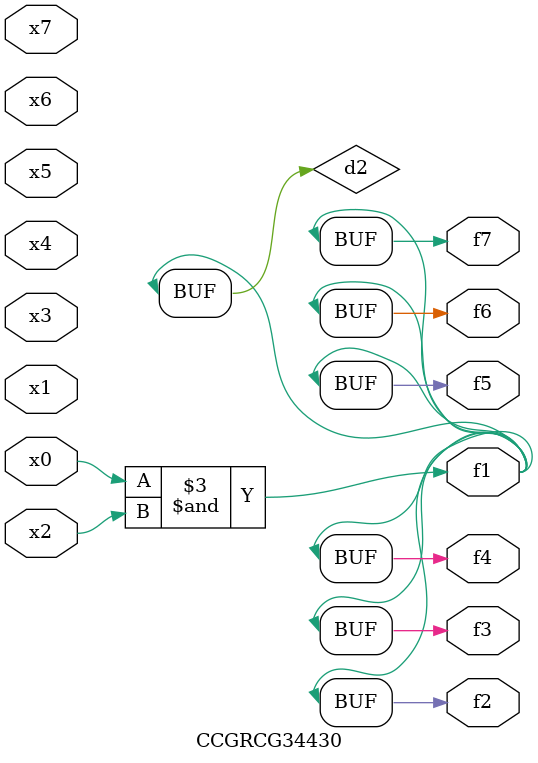
<source format=v>
module CCGRCG34430(
	input x0, x1, x2, x3, x4, x5, x6, x7,
	output f1, f2, f3, f4, f5, f6, f7
);

	wire d1, d2;

	nor (d1, x3, x6);
	and (d2, x0, x2);
	assign f1 = d2;
	assign f2 = d2;
	assign f3 = d2;
	assign f4 = d2;
	assign f5 = d2;
	assign f6 = d2;
	assign f7 = d2;
endmodule

</source>
